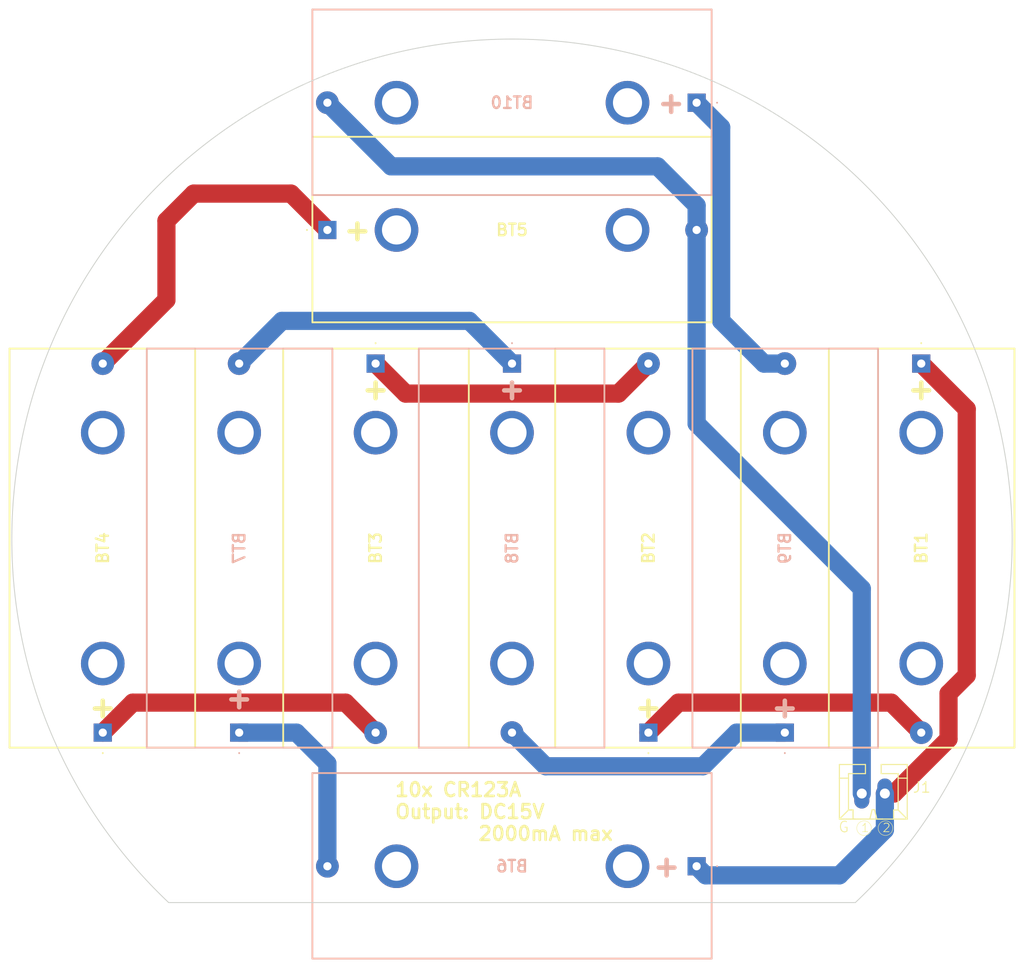
<source format=kicad_pcb>
(kicad_pcb (version 20221018) (generator pcbnew)
  (layers (0 "F.Cu" signal) (31 "B.Cu" signal) (34 "B.Paste" user) (35 "F.Paste" user) (36 "B.SilkS" user "B.Silkscreen") (37 "F.SilkS" user "F.Silkscreen") (38 "B.Mask" user) (39 "F.Mask" user) (44 "Edge.Cuts" user))
  (net 0 "")
  (net 1 "Net-(BT1-+)")
  (net 2 "Net-(BT1--)")
  (net 3 "Net-(BT2--)")
  (net 4 "Net-(BT3--)")
  (net 5 "Net-(BT4--)")
  (net 6 "Net-(BT10--)")
  (net 7 "Net-(BT6--)")
  (net 8 "Net-(BT7--)")
  (net 9 "Net-(BT8--)")
  (net 10 "Net-(BT10-+)")
  (footprint "KiCad:CR123APC" (layer "F.Cu") (at 124.48 63.79)
    (fp_text reference "BT5" (at 20.3 0) (layer "F.SilkS") (effects (font (size 1.27 1.27) (thickness 0.254))))
    (fp_text value "Battery_Cell" hide)
    (fp_line (start -2.3 0) (end -2.3 0) (stroke (width 0.1)) (layer "F.SilkS"))
    (fp_line (start -2.2 0) (end -2.2 0) (stroke (width 0.1)) (layer "F.SilkS"))
    (fp_line (start -1.65 -10.25) (end -1.65 10.16) (stroke (width 0.2)) (layer "F.SilkS"))
    (fp_line (start -1.65 10.16) (end 42.25 10.16) (stroke (width 0.2)) (layer "F.SilkS"))
    (fp_line (start 42.25 -10.25) (end -1.65 -10.25) (stroke (width 0.2)) (layer "F.SilkS"))
    (fp_line (start 42.25 10.16) (end 42.25 -10.25) (stroke (width 0.2)) (layer "F.SilkS"))
    (fp_arc (start -2.3 0) (mid -2.25 -0.05) (end -2.2 0) (stroke (width 0.1)) (layer "F.SilkS"))
    (fp_arc (start -2.2 0) (mid -2.25 0.05) (end -2.3 0) (stroke (width 0.1)) (layer "F.SilkS"))
    (pad "1" thru_hole rect (at 0 0) (size 2 2) (drill 0.9) (layers "*.Cu" "*.Mask") (net 5 "Net-(BT4--)"))
    (pad "2" thru_hole circle (at 40.6 0) (size 2.5 2.5) (drill 0.9) (layers "*.Cu" "*.Mask") (net 6 "Net-(BT10--)"))
    (pad "MH1" thru_hole circle (at 7.6 0) (size 4.8 4.8) (drill 3.2) (layers "*.Cu" "*.Mask"))
    (pad "MH2" thru_hole circle (at 33 0) (size 4.8 4.8) (drill 3.2) (layers "*.Cu" "*.Mask"))
  )
  (footprint "MountingHole:MountingHole_4.5mm" (layer "F.Cu") (at 174.78 127.79)
    (fp_text reference "REF**" hide)
    (fp_text value "MountingHole_4.5mm" hide)
    (pad "" np_thru_hole circle (at 0 0) (size 4.5 4.5) (drill 4.5) (layers "*.Cu" "*.Mask"))
  )
  (footprint "KiCad:CR123APC" (layer "F.Cu") (at 129.78 78.49 -90)
    (fp_text reference "BT3" (at 20.3 0 90) (layer "F.SilkS") (effects (font (size 1.27 1.27) (thickness 0.254))))
    (fp_text value "Battery_Cell" hide)
    (fp_line (start -2.3 0) (end -2.3 0) (stroke (width 0.1)) (layer "F.SilkS"))
    (fp_line (start -2.2 0) (end -2.2 0) (stroke (width 0.1)) (layer "F.SilkS"))
    (fp_line (start -1.65 -10.25) (end -1.65 10.16) (stroke (width 0.2)) (layer "F.SilkS"))
    (fp_line (start -1.65 10.16) (end 42.25 10.16) (stroke (width 0.2)) (layer "F.SilkS"))
    (fp_line (start 42.25 -10.25) (end -1.65 -10.25) (stroke (width 0.2)) (layer "F.SilkS"))
    (fp_line (start 42.25 10.16) (end 42.25 -10.25) (stroke (width 0.2)) (layer "F.SilkS"))
    (fp_arc (start -2.3 0) (mid -2.25 -0.05) (end -2.2 0) (stroke (width 0.1)) (layer "F.SilkS"))
    (fp_arc (start -2.2 0) (mid -2.25 0.05) (end -2.3 0) (stroke (width 0.1)) (layer "F.SilkS"))
    (pad "1" thru_hole rect (at 0 0 270) (size 2 2) (drill 0.9) (layers "*.Cu" "*.Mask") (net 3 "Net-(BT2--)"))
    (pad "2" thru_hole circle (at 40.6 0 270) (size 2.5 2.5) (drill 0.9) (layers "*.Cu" "*.Mask") (net 4 "Net-(BT3--)"))
    (pad "MH1" thru_hole circle (at 7.6 0 270) (size 4.8 4.8) (drill 3.2) (layers "*.Cu" "*.Mask"))
    (pad "MH2" thru_hole circle (at 33 0 270) (size 4.8 4.8) (drill 3.2) (layers "*.Cu" "*.Mask"))
  )
  (footprint "MountingHole:MountingHole_4.5mm" (layer "F.Cu") (at 174.78 67.79)
    (fp_text reference "REF**" hide)
    (fp_text value "MountingHole_4.5mm" hide)
    (pad "" np_thru_hole circle (at 0 0) (size 4.5 4.5) (drill 4.5) (layers "*.Cu" "*.Mask"))
  )
  (footprint "KiCad:CR123APC" (layer "F.Cu") (at 99.78 119.09 90)
    (fp_text reference "BT4" (at 20.3 0 90) (layer "F.SilkS") (effects (font (size 1.27 1.27) (thickness 0.254))))
    (fp_text value "Battery_Cell" hide)
    (fp_line (start -2.3 0) (end -2.3 0) (stroke (width 0.1)) (layer "F.SilkS"))
    (fp_line (start -2.2 0) (end -2.2 0) (stroke (width 0.1)) (layer "F.SilkS"))
    (fp_line (start -1.65 -10.25) (end -1.65 10.16) (stroke (width 0.2)) (layer "F.SilkS"))
    (fp_line (start -1.65 10.16) (end 42.25 10.16) (stroke (width 0.2)) (layer "F.SilkS"))
    (fp_line (start 42.25 -10.25) (end -1.65 -10.25) (stroke (width 0.2)) (layer "F.SilkS"))
    (fp_line (start 42.25 10.16) (end 42.25 -10.25) (stroke (width 0.2)) (layer "F.SilkS"))
    (fp_arc (start -2.3 0) (mid -2.25 -0.05) (end -2.2 0) (stroke (width 0.1)) (layer "F.SilkS"))
    (fp_arc (start -2.2 0) (mid -2.25 0.05) (end -2.3 0) (stroke (width 0.1)) (layer "F.SilkS"))
    (pad "1" thru_hole rect (at 0 0 90) (size 2 2) (drill 0.9) (layers "*.Cu" "*.Mask") (net 4 "Net-(BT3--)"))
    (pad "2" thru_hole circle (at 40.6 0 90) (size 2.5 2.5) (drill 0.9) (layers "*.Cu" "*.Mask") (net 5 "Net-(BT4--)"))
    (pad "MH1" thru_hole circle (at 7.6 0 90) (size 4.8 4.8) (drill 3.2) (layers "*.Cu" "*.Mask"))
    (pad "MH2" thru_hole circle (at 33 0 90) (size 4.8 4.8) (drill 3.2) (layers "*.Cu" "*.Mask"))
  )
  (footprint "MountingHole:MountingHole_4.5mm" (layer "F.Cu") (at 114.78 67.79)
    (fp_text reference "REF**" hide)
    (fp_text value "MountingHole_4.5mm" hide)
    (pad "" np_thru_hole circle (at 0 0) (size 4.5 4.5) (drill 4.5) (layers "*.Cu" "*.Mask"))
  )
  (footprint "KiCad:CR123APC" (layer "F.Cu") (at 189.78 78.49 -90)
    (fp_text reference "BT1" (at 20.3 0 90) (layer "F.SilkS") (effects (font (size 1.27 1.27) (thickness 0.254))))
    (fp_text value "Battery_Cell" hide)
    (fp_line (start -2.3 0) (end -2.3 0) (stroke (width 0.1)) (layer "F.SilkS"))
    (fp_line (start -2.2 0) (end -2.2 0) (stroke (width 0.1)) (layer "F.SilkS"))
    (fp_line (start -1.65 -10.25) (end -1.65 10.16) (stroke (width 0.2)) (layer "F.SilkS"))
    (fp_line (start -1.65 10.16) (end 42.25 10.16) (stroke (width 0.2)) (layer "F.SilkS"))
    (fp_line (start 42.25 -10.25) (end -1.65 -10.25) (stroke (width 0.2)) (layer "F.SilkS"))
    (fp_line (start 42.25 10.16) (end 42.25 -10.25) (stroke (width 0.2)) (layer "F.SilkS"))
    (fp_arc (start -2.3 0) (mid -2.25 -0.05) (end -2.2 0) (stroke (width 0.1)) (layer "F.SilkS"))
    (fp_arc (start -2.2 0) (mid -2.25 0.05) (end -2.3 0) (stroke (width 0.1)) (layer "F.SilkS"))
    (pad "1" thru_hole rect (at 0 0 270) (size 2 2) (drill 0.9) (layers "*.Cu" "*.Mask") (net 1 "Net-(BT1-+)"))
    (pad "2" thru_hole circle (at 40.6 0 270) (size 2.5 2.5) (drill 0.9) (layers "*.Cu" "*.Mask") (net 2 "Net-(BT1--)"))
    (pad "MH1" thru_hole circle (at 7.6 0 270) (size 4.8 4.8) (drill 3.2) (layers "*.Cu" "*.Mask"))
    (pad "MH2" thru_hole circle (at 33 0 270) (size 4.8 4.8) (drill 3.2) (layers "*.Cu" "*.Mask"))
  )
  (footprint "KiCad:CR123APC" (layer "F.Cu") (at 159.78 119.09 90)
    (fp_text reference "BT2" (at 20.3 0 90) (layer "F.SilkS") (effects (font (size 1.27 1.27) (thickness 0.254))))
    (fp_text value "Battery_Cell" hide)
    (fp_line (start -2.3 0) (end -2.3 0) (stroke (width 0.1)) (layer "F.SilkS"))
    (fp_line (start -2.2 0) (end -2.2 0) (stroke (width 0.1)) (layer "F.SilkS"))
    (fp_line (start -1.65 -10.25) (end -1.65 10.16) (stroke (width 0.2)) (layer "F.SilkS"))
    (fp_line (start -1.65 10.16) (end 42.25 10.16) (stroke (width 0.2)) (layer "F.SilkS"))
    (fp_line (start 42.25 -10.25) (end -1.65 -10.25) (stroke (width 0.2)) (layer "F.SilkS"))
    (fp_line (start 42.25 10.16) (end 42.25 -10.25) (stroke (width 0.2)) (layer "F.SilkS"))
    (fp_arc (start -2.3 0) (mid -2.25 -0.05) (end -2.2 0) (stroke (width 0.1)) (layer "F.SilkS"))
    (fp_arc (start -2.2 0) (mid -2.25 0.05) (end -2.3 0) (stroke (width 0.1)) (layer "F.SilkS"))
    (pad "1" thru_hole rect (at 0 0 90) (size 2 2) (drill 0.9) (layers "*.Cu" "*.Mask") (net 2 "Net-(BT1--)"))
    (pad "2" thru_hole circle (at 40.6 0 90) (size 2.5 2.5) (drill 0.9) (layers "*.Cu" "*.Mask") (net 3 "Net-(BT2--)"))
    (pad "MH1" thru_hole circle (at 7.6 0 90) (size 4.8 4.8) (drill 3.2) (layers "*.Cu" "*.Mask"))
    (pad "MH2" thru_hole circle (at 33 0 90) (size 4.8 4.8) (drill 3.2) (layers "*.Cu" "*.Mask"))
  )
  (footprint "CONNECTOR:CONNECTOR_2-STRAIGHT" (layer "F.Cu") (at 184.51 125.79)
    (fp_text reference "J1" (at 4.27 0) (layer "F.SilkS") (effects (font (size 1.143 1.143) (thickness 0.127)) (justify left bottom)))
    (fp_text value "Conn_01x02_Socket")
    (fp_text user "2" (at 0.9525 4.318) (layer "F.SilkS") (effects (font (size 0.93472 0.93472) (thickness 0.08128)) (justify left bottom)))
    (fp_text user "1" (at -1.397 4.318) (layer "F.SilkS") (effects (font (size 0.93472 0.93472) (thickness 0.08128)) (justify left bottom)))
    (fp_text user "G" (at -3.905 4.365) (layer "F.SilkS") (effects (font (size 1.1684 1.1684) (thickness 0.1016)) (justify left bottom)))
    (fp_line (start -3.73 -3.19) (end -3.73 -1.69) (stroke (width 0.127)) (layer "F.SilkS"))
    (fp_line (start -3.73 -1.69) (end -3.73 2.81) (stroke (width 0.127)) (layer "F.SilkS"))
    (fp_line (start -3.73 -1.69) (end -2.73 -1.69) (stroke (width 0.127)) (layer "F.SilkS"))
    (fp_line (start -2.73 -2.19) (end -2.73 -1.69) (stroke (width 0.127)) (layer "F.SilkS"))
    (fp_line (start -2.73 -2.19) (end -0.865 -2.19) (stroke (width 0.127)) (layer "F.SilkS"))
    (fp_line (start -2.73 -1.69) (end -2.73 1.81) (stroke (width 0.127)) (layer "F.SilkS"))
    (fp_line (start -2.73 1.81) (end -3.73 2.81) (stroke (width 0.127)) (layer "F.SilkS"))
    (fp_line (start -2.73 1.81) (end -2.23 1.81) (stroke (width 0.127)) (layer "F.SilkS"))
    (fp_line (start -2.48 1.81) (end -2.23 1.81) (stroke (width 0.127)) (layer "F.SilkS"))
    (fp_line (start -2.23 1.81) (end -2.23 2.81) (stroke (width 0.127)) (layer "F.SilkS"))
    (fp_line (start -2.23 2.81) (end -1.98 2.81) (stroke (width 0.127)) (layer "F.SilkS"))
    (fp_line (start -0.865 -3.19) (end -3.73 -3.19) (stroke (width 0.127)) (layer "F.SilkS"))
    (fp_line (start -0.865 -2.19) (end -0.865 -3.19) (stroke (width 0.127)) (layer "F.SilkS"))
    (fp_line (start -0.127 1.778) (end -0.381 2.794) (stroke (width 0.127)) (layer "F.SilkS"))
    (fp_line (start -0.127 1.778) (end 0.127 1.778) (stroke (width 0.127)) (layer "F.SilkS"))
    (fp_line (start 0.127 1.778) (end 0.381 2.794) (stroke (width 0.127)) (layer "F.SilkS"))
    (fp_line (start 0.865 -3.19) (end 0.865 -2.19) (stroke (width 0.127)) (layer "F.SilkS"))
    (fp_line (start 0.865 -2.19) (end 2.73 -2.19) (stroke (width 0.127)) (layer "F.SilkS"))
    (fp_line (start 1.04 2.81) (end -3.73 2.81) (stroke (width 0.127)) (layer "F.SilkS"))
    (fp_line (start 1.04 2.81) (end 0.23 2.81) (stroke (width 0.127)) (layer "F.SilkS"))
    (fp_line (start 2.23 1.81) (end 2.23 2.81) (stroke (width 0.127)) (layer "F.SilkS"))
    (fp_line (start 2.23 2.81) (end 1.04 2.81) (stroke (width 0.127)) (layer "F.SilkS"))
    (fp_line (start 2.23 2.81) (end 3.73 2.81) (stroke (width 0.127)) (layer "F.SilkS"))
    (fp_line (start 2.73 -2.19) (end 2.73 -1.69) (stroke (width 0.127)) (layer "F.SilkS"))
    (fp_line (start 2.73 -1.69) (end 2.73 1.81) (stroke (width 0.127)) (layer "F.SilkS"))
    (fp_line (start 2.73 1.81) (end 2.23 1.81) (stroke (width 0.127)) (layer "F.SilkS"))
    (fp_line (start 2.73 1.81) (end 3.73 2.81) (stroke (width 0.127)) (layer "F.SilkS"))
    (fp_line (start 3.73 -3.19) (end 0.865 -3.19) (stroke (width 0.127)) (layer "F.SilkS"))
    (fp_line (start 3.73 -3.19) (end 3.73 -1.69) (stroke (width 0.127)) (layer "F.SilkS"))
    (fp_line (start 3.73 -1.69) (end 2.73 -1.69) (stroke (width 0.127)) (layer "F.SilkS"))
    (fp_line (start 3.73 -1.69) (end 3.73 2.81) (stroke (width 0.127)) (layer "F.SilkS"))
    (fp_circle (center -1.016 3.81) (end -0.2128 3.81) (stroke (width 0.0508)) (fill none) (layer "F.SilkS"))
    (fp_circle (center 1.3335 3.81) (end 2.1367 3.81) (stroke (width 0.0508)) (fill none) (layer "F.SilkS"))
    (pad "1" thru_hole oval (at -1.27 0 90) (size 3.3 1.65) (drill 1.1) (layers "*.Cu" "*.Mask") (net 6 "Net-(BT10--)"))
    (pad "2" thru_hole oval (at 1.27 0 90) (size 3.3 1.65) (drill 1.1) (layers "*.Cu" "*.Mask") (net 1 "Net-(BT1-+)"))
  )
  (footprint "MountingHole:MountingHole_4.5mm" (layer "F.Cu") (at 114.78 127.79)
    (fp_text reference "REF**" hide)
    (fp_text value "MountingHole_4.5mm" hide)
    (pad "" np_thru_hole circle (at 0 0) (size 4.5 4.5) (drill 4.5) (layers "*.Cu" "*.Mask"))
  )
  (footprint "KiCad:CR123APC" (layer "B.Cu") (at 114.78 119.09 90)
    (fp_text reference "BT7" (at 20.3 0 90) (layer "B.SilkS") (effects (font (size 1.27 1.27) (thickness 0.254)) (justify mirror)))
    (fp_text value "Battery_Cell" hide)
    (fp_line (start -2.3 0) (end -2.3 0) (stroke (width 0.1)) (layer "B.SilkS"))
    (fp_line (start -2.2 0) (end -2.2 0) (stroke (width 0.1)) (layer "B.SilkS"))
    (fp_line (start -1.65 -10.16) (end 42.25 -10.16) (stroke (width 0.2)) (layer "B.SilkS"))
    (fp_line (start -1.65 10.25) (end -1.65 -10.16) (stroke (width 0.2)) (layer "B.SilkS"))
    (fp_line (start 42.25 -10.16) (end 42.25 10.25) (stroke (width 0.2)) (layer "B.SilkS"))
    (fp_line (start 42.25 10.25) (end -1.65 10.25) (stroke (width 0.2)) (layer "B.SilkS"))
    (fp_arc (start -2.3 0) (mid -2.25 -0.05) (end -2.2 0) (stroke (width 0.1)) (layer "B.SilkS"))
    (fp_arc (start -2.2 0) (mid -2.25 0.05) (end -2.3 0) (stroke (width 0.1)) (layer "B.SilkS"))
    (pad "1" thru_hole rect (at 0 0 90) (size 2 2) (drill 0.9) (layers "*.Cu" "*.Mask") (net 7 "Net-(BT6--)"))
    (pad "2" thru_hole circle (at 40.6 0 90) (size 2.5 2.5) (drill 0.9) (layers "*.Cu" "*.Mask") (net 8 "Net-(BT7--)"))
    (pad "MH1" thru_hole circle (at 7.6 0 90) (size 4.8 4.8) (drill 3.2) (layers "*.Cu" "*.Mask"))
    (pad "MH2" thru_hole circle (at 33 0 90) (size 4.8 4.8) (drill 3.2) (layers "*.Cu" "*.Mask"))
  )
  (footprint "KiCad:CR123APC" (layer "B.Cu") (at 165.08 49.79 180)
    (fp_text reference "BT10" (at 20.3 0) (layer "B.SilkS") (effects (font (size 1.27 1.27) (thickness 0.254)) (justify mirror)))
    (fp_text value "Battery_Cell" hide)
    (fp_line (start -2.3 0) (end -2.3 0) (stroke (width 0.1)) (layer "B.SilkS"))
    (fp_line (start -2.2 0) (end -2.2 0) (stroke (width 0.1)) (layer "B.SilkS"))
    (fp_line (start -1.65 -10.16) (end 42.25 -10.16) (stroke (width 0.2)) (layer "B.SilkS"))
    (fp_line (start -1.65 10.25) (end -1.65 -10.16) (stroke (width 0.2)) (layer "B.SilkS"))
    (fp_line (start 42.25 -10.16) (end 42.25 10.25) (stroke (width 0.2)) (layer "B.SilkS"))
    (fp_line (start 42.25 10.25) (end -1.65 10.25) (stroke (width 0.2)) (layer "B.SilkS"))
    (fp_arc (start -2.3 0) (mid -2.25 -0.05) (end -2.2 0) (stroke (width 0.1)) (layer "B.SilkS"))
    (fp_arc (start -2.2 0) (mid -2.25 0.05) (end -2.3 0) (stroke (width 0.1)) (layer "B.SilkS"))
    (pad "1" thru_hole rect (at 0 0 180) (size 2 2) (drill 0.9) (layers "*.Cu" "*.Mask") (net 10 "Net-(BT10-+)"))
    (pad "2" thru_hole circle (at 40.6 0 180) (size 2.5 2.5) (drill 0.9) (layers "*.Cu" "*.Mask") (net 6 "Net-(BT10--)"))
    (pad "MH1" thru_hole circle (at 7.6 0 180) (size 4.8 4.8) (drill 3.2) (layers "*.Cu" "*.Mask"))
    (pad "MH2" thru_hole circle (at 33 0 180) (size 4.8 4.8) (drill 3.2) (layers "*.Cu" "*.Mask"))
  )
  (footprint "KiCad:CR123APC" (layer "B.Cu") (at 174.78 119.09 90)
    (fp_text reference "BT9" (at 20.3 0 90) (layer "B.SilkS") (effects (font (size 1.27 1.27) (thickness 0.254)) (justify mirror)))
    (fp_text value "Battery_Cell" hide)
    (fp_line (start -2.3 0) (end -2.3 0) (stroke (width 0.1)) (layer "B.SilkS"))
    (fp_line (start -2.2 0) (end -2.2 0) (stroke (width 0.1)) (layer "B.SilkS"))
    (fp_line (start -1.65 -10.16) (end 42.25 -10.16) (stroke (width 0.2)) (layer "B.SilkS"))
    (fp_line (start -1.65 10.25) (end -1.65 -10.16) (stroke (width 0.2)) (layer "B.SilkS"))
    (fp_line (start 42.25 -10.16) (end 42.25 10.25) (stroke (width 0.2)) (layer "B.SilkS"))
    (fp_line (start 42.25 10.25) (end -1.65 10.25) (stroke (width 0.2)) (layer "B.SilkS"))
    (fp_arc (start -2.3 0) (mid -2.25 -0.05) (end -2.2 0) (stroke (width 0.1)) (layer "B.SilkS"))
    (fp_arc (start -2.2 0) (mid -2.25 0.05) (end -2.3 0) (stroke (width 0.1)) (layer "B.SilkS"))
    (pad "1" thru_hole rect (at 0 0 90) (size 2 2) (drill 0.9) (layers "*.Cu" "*.Mask") (net 9 "Net-(BT8--)"))
    (pad "2" thru_hole circle (at 40.6 0 90) (size 2.5 2.5) (drill 0.9) (layers "*.Cu" "*.Mask") (net 10 "Net-(BT10-+)"))
    (pad "MH1" thru_hole circle (at 7.6 0 90) (size 4.8 4.8) (drill 3.2) (layers "*.Cu" "*.Mask"))
    (pad "MH2" thru_hole circle (at 33 0 90) (size 4.8 4.8) (drill 3.2) (layers "*.Cu" "*.Mask"))
  )
  (footprint "KiCad:CR123APC" (layer "B.Cu") (at 144.78 78.49 -90)
    (fp_text reference "BT8" (at 20.3 0 90) (layer "B.SilkS") (effects (font (size 1.27 1.27) (thickness 0.254)) (justify mirror)))
    (fp_text value "Battery_Cell" hide)
    (fp_line (start -2.3 0) (end -2.3 0) (stroke (width 0.1)) (layer "B.SilkS"))
    (fp_line (start -2.2 0) (end -2.2 0) (stroke (width 0.1)) (layer "B.SilkS"))
    (fp_line (start -1.65 -10.16) (end 42.25 -10.16) (stroke (width 0.2)) (layer "B.SilkS"))
    (fp_line (start -1.65 10.25) (end -1.65 -10.16) (stroke (width 0.2)) (layer "B.SilkS"))
    (fp_line (start 42.25 -10.16) (end 42.25 10.25) (stroke (width 0.2)) (layer "B.SilkS"))
    (fp_line (start 42.25 10.25) (end -1.65 10.25) (stroke (width 0.2)) (layer "B.SilkS"))
    (fp_arc (start -2.3 0) (mid -2.25 -0.05) (end -2.2 0) (stroke (width 0.1)) (layer "B.SilkS"))
    (fp_arc (start -2.2 0) (mid -2.25 0.05) (end -2.3 0) (stroke (width 0.1)) (layer "B.SilkS"))
    (pad "1" thru_hole rect (at 0 0 270) (size 2 2) (drill 0.9) (layers "*.Cu" "*.Mask") (net 8 "Net-(BT7--)"))
    (pad "2" thru_hole circle (at 40.6 0 270) (size 2.5 2.5) (drill 0.9) (layers "*.Cu" "*.Mask") (net 9 "Net-(BT8--)"))
    (pad "MH1" thru_hole circle (at 7.6 0 270) (size 4.8 4.8) (drill 3.2) (layers "*.Cu" "*.Mask"))
    (pad "MH2" thru_hole circle (at 33 0 270) (size 4.8 4.8) (drill 3.2) (layers "*.Cu" "*.Mask"))
  )
  (footprint "KiCad:CR123APC" (layer "B.Cu") (at 165.08 133.79 180)
    (fp_text reference "BT6" (at 20.3 0) (layer "B.SilkS") (effects (font (size 1.27 1.27) (thickness 0.254)) (justify mirror)))
    (fp_text value "Battery_Cell" hide)
    (fp_line (start -2.3 0) (end -2.3 0) (stroke (width 0.1)) (layer "B.SilkS"))
    (fp_line (start -2.2 0) (end -2.2 0) (stroke (width 0.1)) (layer "B.SilkS"))
    (fp_line (start -1.65 -10.16) (end 42.25 -10.16) (stroke (width 0.2)) (layer "B.SilkS"))
    (fp_line (start -1.65 10.25) (end -1.65 -10.16) (stroke (width 0.2)) (layer "B.SilkS"))
    (fp_line (start 42.25 -10.16) (end 42.25 10.25) (stroke (width 0.2)) (layer "B.SilkS"))
    (fp_line (start 42.25 10.25) (end -1.65 10.25) (stroke (width 0.2)) (layer "B.SilkS"))
    (fp_arc (start -2.3 0) (mid -2.25 -0.05) (end -2.2 0) (stroke (width 0.1)) (layer "B.SilkS"))
    (fp_arc (start -2.2 0) (mid -2.25 0.05) (end -2.3 0) (stroke (width 0.1)) (layer "B.SilkS"))
    (pad "1" thru_hole rect (at 0 0 180) (size 2 2) (drill 0.9) (layers "*.Cu" "*.Mask") (net 1 "Net-(BT1-+)"))
    (pad "2" thru_hole circle (at 40.6 0 180) (size 2.5 2.5) (drill 0.9) (layers "*.Cu" "*.Mask") (net 7 "Net-(BT6--)"))
    (pad "MH1" thru_hole circle (at 7.6 0 180) (size 4.8 4.8) (drill 3.2) (layers "*.Cu" "*.Mask"))
    (pad "MH2" thru_hole circle (at 33 0 180) (size 4.8 4.8) (drill 3.2) (layers "*.Cu" "*.Mask"))
  )
  (gr_arc (start 107.03 137.79) (mid 144.78 42.789432) (end 182.53 137.79) (stroke (width 0.1)) (layer "Edge.Cuts"))
  (gr_line (start 107.03 137.79) (end 182.53 137.79) (stroke (width 0.1)) (layer "Edge.Cuts"))
  (gr_text "＋" (at 162.28 50.29) (layer "B.SilkS") (effects (font (size 3 3) (thickness 0.5) bold)))
  (gr_text "＋" (at 161.78 134.29) (layer "B.SilkS") (effects (font (size 3 3) (thickness 0.5) bold)))
  (gr_text "＋" (at 174.78 116.79) (layer "B.SilkS") (effects (font (size 3 3) (thickness 0.5) bold)))
  (gr_text "＋" (at 114.78 115.79) (layer "B.SilkS") (effects (font (size 3 3) (thickness 0.5) bold)))
  (gr_text "＋" (at 144.78 81.79) (layer "B.SilkS") (effects (font (size 3 3) (thickness 0.5) bold)))
  (gr_text "＋" (at 159.78 116.79) (layer "F.SilkS") (effects (font (size 3 3) (thickness 0.5) bold)))
  (gr_text "＋" (at 99.78 116.79) (layer "F.SilkS") (effects (font (size 3 3) (thickness 0.5) bold)))
  (gr_text "＋" (at 127.78 64.29) (layer "F.SilkS") (effects (font (size 3 3) (thickness 0.5) bold)))
  (gr_text "＋" (at 189.78 81.79) (layer "F.SilkS") (effects (font (size 3 3) (thickness 0.5) bold)))
  (gr_text "10x CR123A\nOutput: DC15V\n        2000mA max" (at 131.78 127.79) (layer "F.SilkS") (effects (font (size 1.5 1.5) (thickness 0.3) bold) (justify left)))
  (gr_text "＋" (at 129.78 81.79) (layer "F.SilkS") (effects (font (size 3 3) (thickness 0.5) bold)))
  (segment (start 186.78 125.79) (end 192.78 119.79) (width 2) (layer "F.Cu") (net 1))
  (segment (start 192.78 119.79) (end 192.78 114.79) (width 2) (layer "F.Cu") (net 1))
  (segment (start 185.78 125.79) (end 186.78 125.79) (width 2) (layer "F.Cu") (net 1))
  (segment (start 194.78 83.49) (end 189.78 78.49) (width 2) (layer "F.Cu") (net 1))
  (segment (start 192.78 114.79) (end 194.78 112.79) (width 2) (layer "F.Cu") (net 1))
  (segment (start 194.78 112.79) (end 194.78 83.49) (width 2) (layer "F.Cu") (net 1))
  (segment (start 166.08 134.79) (end 165.08 133.79) (width 2) (layer "B.Cu") (net 1))
  (segment (start 185.78 129.79) (end 180.78 134.79) (width 2) (layer "B.Cu") (net 1))
  (segment (start 180.78 134.79) (end 166.08 134.79) (width 2) (layer "B.Cu") (net 1))
  (segment (start 185.78 125.79) (end 185.78 129.79) (width 2) (layer "B.Cu") (net 1))
  (segment (start 189.78 119.09) (end 186.48 115.79) (width 2) (layer "F.Cu") (net 2))
  (segment (start 186.48 115.79) (end 163.08 115.79) (width 2) (layer "F.Cu") (net 2))
  (segment (start 163.08 115.79) (end 159.78 119.09) (width 2) (layer "F.Cu") (net 2))
  (segment (start 159.78 78.49) (end 156.48 81.79) (width 2) (layer "F.Cu") (net 3))
  (segment (start 156.48 81.79) (end 133.08 81.79) (width 2) (layer "F.Cu") (net 3))
  (segment (start 133.08 81.79) (end 129.78 78.49) (width 2) (layer "F.Cu") (net 3))
  (segment (start 126.48 115.79) (end 103.08 115.79) (width 2) (layer "F.Cu") (net 4))
  (segment (start 103.08 115.79) (end 99.78 119.09) (width 2) (layer "F.Cu") (net 4))
  (segment (start 129.78 119.09) (end 126.48 115.79) (width 2) (layer "F.Cu") (net 4))
  (segment (start 106.78 71.49) (end 106.78 62.79) (width 2) (layer "F.Cu") (net 5))
  (segment (start 99.78 78.49) (end 106.78 71.49) (width 2) (layer "F.Cu") (net 5))
  (segment (start 109.78 59.79) (end 120.48 59.79) (width 2) (layer "F.Cu") (net 5))
  (segment (start 120.48 59.79) (end 124.48 63.79) (width 2) (layer "F.Cu") (net 5))
  (segment (start 106.78 62.79) (end 109.78 59.79) (width 2) (layer "F.Cu") (net 5))
  (segment (start 165.08 61.09) (end 160.78 56.79) (width 2) (layer "B.Cu") (net 6))
  (segment (start 160.78 56.79) (end 131.48 56.79) (width 2) (layer "B.Cu") (net 6))
  (segment (start 183.24 103.25) (end 165.08 85.09) (width 2) (layer "B.Cu") (net 6))
  (segment (start 165.08 63.79) (end 165.08 61.09) (width 2) (layer "B.Cu") (net 6))
  (segment (start 183.24 125.79) (end 183.24 103.25) (width 2) (layer "B.Cu") (net 6))
  (segment (start 131.48 56.79) (end 124.48 49.79) (width 2) (layer "B.Cu") (net 6))
  (segment (start 165.08 85.09) (end 165.08 63.79) (width 2) (layer "B.Cu") (net 6))
  (segment (start 124.48 133.79) (end 124.48 122.49) (width 2) (layer "B.Cu") (net 7))
  (segment (start 124.48 122.49) (end 121.08 119.09) (width 2) (layer "B.Cu") (net 7))
  (segment (start 121.08 119.09) (end 114.78 119.09) (width 2) (layer "B.Cu") (net 7))
  (segment (start 119.48 73.79) (end 140.08 73.79) (width 2) (layer "B.Cu") (net 8))
  (segment (start 140.08 73.79) (end 144.78 78.49) (width 2) (layer "B.Cu") (net 8))
  (segment (start 114.78 78.49) (end 119.48 73.79) (width 2) (layer "B.Cu") (net 8))
  (segment (start 148.48 122.79) (end 165.78 122.79) (width 2) (layer "B.Cu") (net 9))
  (segment (start 169.48 119.09) (end 174.78 119.09) (width 2) (layer "B.Cu") (net 9))
  (segment (start 144.78 119.09) (end 148.48 122.79) (width 2) (layer "B.Cu") (net 9))
  (segment (start 165.78 122.79) (end 169.48 119.09) (width 2) (layer "B.Cu") (net 9))
  (segment (start 167.78 52.49) (end 165.08 49.79) (width 2) (layer "B.Cu") (net 10))
  (segment (start 167.78 73.79) (end 167.78 52.49) (width 2) (layer "B.Cu") (net 10))
  (segment (start 174.78 78.49) (end 172.48 78.49) (width 2) (layer "B.Cu") (net 10))
  (segment (start 172.48 78.49) (end 167.78 73.79) (width 2) (layer "B.Cu") (net 10))
)
</source>
